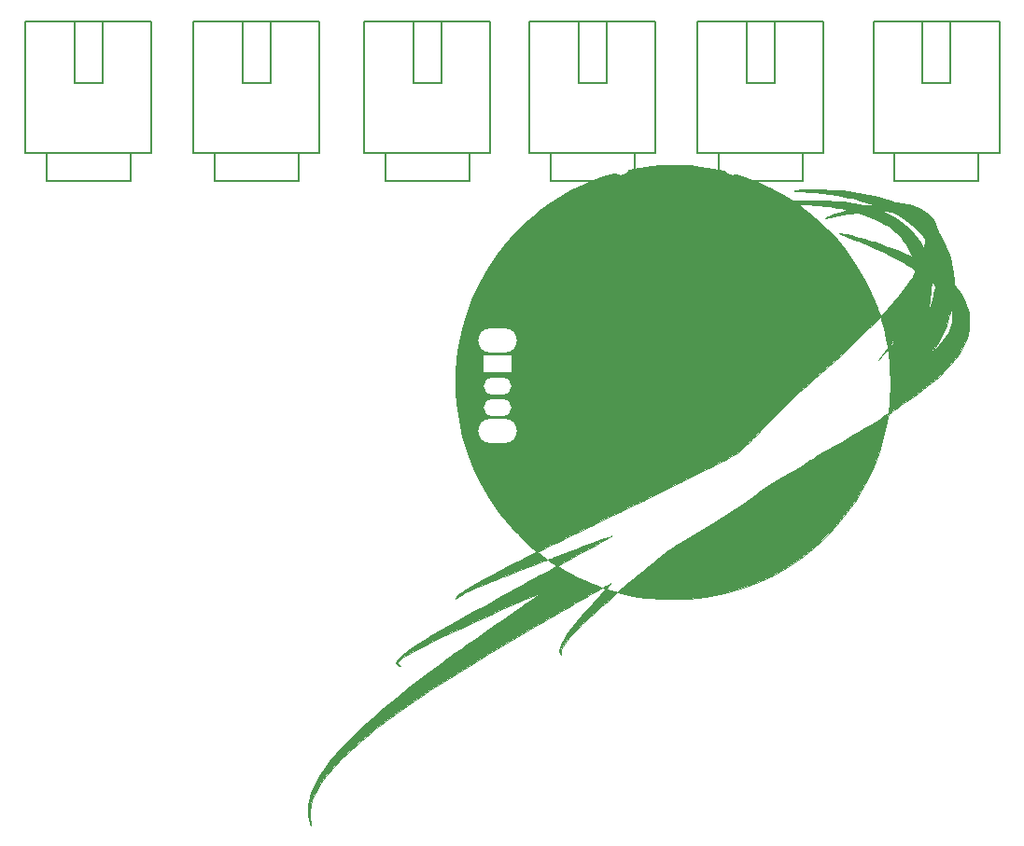
<source format=gbo>
G04 #@! TF.GenerationSoftware,KiCad,Pcbnew,(6.0.8)*
G04 #@! TF.CreationDate,2022-11-19T16:10:13-06:00*
G04 #@! TF.ProjectId,Driveboard_2023,44726976-6562-46f6-9172-645f32303233,rev?*
G04 #@! TF.SameCoordinates,Original*
G04 #@! TF.FileFunction,Legend,Bot*
G04 #@! TF.FilePolarity,Positive*
%FSLAX46Y46*%
G04 Gerber Fmt 4.6, Leading zero omitted, Abs format (unit mm)*
G04 Created by KiCad (PCBNEW (6.0.8)) date 2022-11-19 16:10:13*
%MOMM*%
%LPD*%
G01*
G04 APERTURE LIST*
%ADD10C,0.010000*%
%ADD11C,0.150000*%
%ADD12C,1.100000*%
%ADD13C,1.400000*%
%ADD14C,4.000000*%
%ADD15C,2.000000*%
%ADD16C,1.308000*%
%ADD17C,1.258000*%
%ADD18C,1.208000*%
%ADD19O,3.500000X2.200000*%
%ADD20R,2.500000X1.500000*%
%ADD21O,2.500000X1.500000*%
%ADD22C,1.524000*%
%ADD23O,3.000000X5.100000*%
%ADD24R,1.350000X1.350000*%
%ADD25O,1.350000X1.350000*%
%ADD26C,3.450000*%
G04 APERTURE END LIST*
G36*
X216716943Y-83272175D02*
G01*
X216710255Y-83277302D01*
X216619966Y-83333029D01*
X216440089Y-83437469D01*
X216183530Y-83583443D01*
X215863192Y-83763774D01*
X215491979Y-83971282D01*
X215082795Y-84198789D01*
X214648544Y-84439115D01*
X214202131Y-84685083D01*
X213756458Y-84929514D01*
X213324431Y-85165228D01*
X212918953Y-85385048D01*
X212669712Y-85521185D01*
X212403771Y-85670349D01*
X212192647Y-85793232D01*
X212053435Y-85879842D01*
X212003232Y-85920189D01*
X212010282Y-85936813D01*
X212098486Y-86013333D01*
X212275836Y-86128744D01*
X212527372Y-86275420D01*
X212838131Y-86445737D01*
X213193154Y-86632068D01*
X213577479Y-86826786D01*
X213976146Y-87022266D01*
X214374195Y-87210882D01*
X214756663Y-87385008D01*
X215108591Y-87537018D01*
X215415017Y-87659285D01*
X216034604Y-87892400D01*
X215775301Y-88043451D01*
X215771020Y-88045941D01*
X215632757Y-88125032D01*
X215411914Y-88249883D01*
X215129831Y-88408496D01*
X214807850Y-88588868D01*
X214467310Y-88779000D01*
X214454658Y-88786054D01*
X214062574Y-89006515D01*
X213605609Y-89266327D01*
X213120774Y-89544275D01*
X212645080Y-89819145D01*
X212215537Y-90069722D01*
X211785026Y-90321301D01*
X211291059Y-90608028D01*
X210780941Y-90902520D01*
X210294497Y-91181788D01*
X209871553Y-91422840D01*
X209403429Y-91689571D01*
X207584233Y-92749399D01*
X205718653Y-93871828D01*
X203836802Y-95038814D01*
X203025115Y-95550561D01*
X202063882Y-96159516D01*
X201190762Y-96716677D01*
X200397456Y-97227789D01*
X199675658Y-97698595D01*
X199017069Y-98134839D01*
X198413385Y-98542263D01*
X197856303Y-98926611D01*
X197337522Y-99293627D01*
X196848738Y-99649054D01*
X196381651Y-99998635D01*
X195927956Y-100348114D01*
X195479352Y-100703233D01*
X195027537Y-101069738D01*
X194564208Y-101453370D01*
X194075708Y-101867460D01*
X193142762Y-102698461D01*
X192319848Y-103490985D01*
X191605210Y-104247187D01*
X190997090Y-104969226D01*
X190493734Y-105659260D01*
X190093385Y-106319445D01*
X189794287Y-106951939D01*
X189594683Y-107558900D01*
X189589345Y-107580407D01*
X189509956Y-108101266D01*
X189505275Y-108688514D01*
X189575589Y-109315475D01*
X189606062Y-109495617D01*
X189515283Y-109299721D01*
X189494147Y-109250909D01*
X189401112Y-108930895D01*
X189344424Y-108537851D01*
X189327648Y-108107746D01*
X189354351Y-107676547D01*
X189362138Y-107613126D01*
X189421786Y-107243973D01*
X189508344Y-106892906D01*
X189631647Y-106530361D01*
X189801533Y-106126777D01*
X190027839Y-105652591D01*
X190029919Y-105648404D01*
X190378983Y-105012269D01*
X190807423Y-104350266D01*
X191317600Y-103660129D01*
X191911879Y-102939592D01*
X192592623Y-102186388D01*
X193362196Y-101398250D01*
X194222960Y-100572912D01*
X195177278Y-99708108D01*
X196227515Y-98801570D01*
X197376034Y-97851033D01*
X198625197Y-96854230D01*
X199977368Y-95808895D01*
X201434910Y-94712760D01*
X201520679Y-94649388D01*
X201829146Y-94424755D01*
X202220742Y-94143215D01*
X202683711Y-93812998D01*
X203206291Y-93442336D01*
X203776725Y-93039457D01*
X204383253Y-92612594D01*
X205014117Y-92169976D01*
X205657557Y-91719834D01*
X206301815Y-91270398D01*
X206935132Y-90829898D01*
X207545749Y-90406566D01*
X208121906Y-90008631D01*
X208651845Y-89644325D01*
X209123807Y-89321877D01*
X209526034Y-89049518D01*
X209767964Y-88886136D01*
X210076773Y-88675736D01*
X210339171Y-88494776D01*
X210541791Y-88352570D01*
X210671268Y-88258430D01*
X210714235Y-88221668D01*
X210701522Y-88223942D01*
X210598279Y-88262743D01*
X210399828Y-88344702D01*
X210116051Y-88465423D01*
X209756831Y-88620511D01*
X209332050Y-88805571D01*
X208851591Y-89016206D01*
X208325335Y-89248022D01*
X207763167Y-89496622D01*
X207174967Y-89757611D01*
X206570618Y-90026594D01*
X205960003Y-90299175D01*
X205353004Y-90570959D01*
X204759504Y-90837549D01*
X204189384Y-91094551D01*
X203652528Y-91337569D01*
X203158817Y-91562207D01*
X202718135Y-91764070D01*
X202340362Y-91938763D01*
X202035383Y-92081889D01*
X201730345Y-92227219D01*
X200889979Y-92634447D01*
X200133861Y-93011523D01*
X199465360Y-93356550D01*
X198887847Y-93667628D01*
X198404690Y-93942858D01*
X198019261Y-94180341D01*
X197734927Y-94378179D01*
X197555061Y-94534471D01*
X197483030Y-94647320D01*
X197482775Y-94648746D01*
X197522110Y-94756401D01*
X197662850Y-94872273D01*
X197687208Y-94887621D01*
X197771934Y-94960358D01*
X197759342Y-94994189D01*
X197665040Y-94983958D01*
X197504639Y-94924513D01*
X197409977Y-94860382D01*
X197352587Y-94722371D01*
X197400007Y-94540408D01*
X197549859Y-94318752D01*
X197799764Y-94061665D01*
X198147343Y-93773407D01*
X198431066Y-93567618D01*
X198835286Y-93295167D01*
X199329725Y-92977833D01*
X199905698Y-92620792D01*
X200554521Y-92229222D01*
X201267508Y-91808300D01*
X202035973Y-91363202D01*
X202851233Y-90899106D01*
X203704601Y-90421188D01*
X204587393Y-89934626D01*
X204778774Y-89829935D01*
X205326968Y-89529638D01*
X205908578Y-89210511D01*
X206495833Y-88887820D01*
X207060965Y-88576831D01*
X207576202Y-88292810D01*
X208013775Y-88051024D01*
X208315435Y-87884458D01*
X208814905Y-87610048D01*
X209334191Y-87326165D01*
X209842115Y-87049799D01*
X210307502Y-86797941D01*
X210699174Y-86587579D01*
X210865735Y-86498253D01*
X211190661Y-86321703D01*
X211469808Y-86166967D01*
X211688060Y-86042590D01*
X211830302Y-85957119D01*
X211881420Y-85919100D01*
X211878895Y-85912854D01*
X211812736Y-85852202D01*
X211674943Y-85750117D01*
X211489829Y-85624868D01*
X211439002Y-85591109D01*
X211273151Y-85469957D01*
X211168038Y-85374963D01*
X211144557Y-85324315D01*
X211148706Y-85321739D01*
X211233445Y-85285326D01*
X211415581Y-85213124D01*
X211682385Y-85109913D01*
X212021127Y-84980473D01*
X212419076Y-84829583D01*
X212863503Y-84662023D01*
X213341678Y-84482571D01*
X213840870Y-84296009D01*
X214348350Y-84107114D01*
X214851387Y-83920666D01*
X215337251Y-83741446D01*
X215793213Y-83574232D01*
X216206542Y-83423803D01*
X216382203Y-83361862D01*
X216572196Y-83299928D01*
X216690584Y-83268010D01*
X216716943Y-83272175D01*
G37*
D10*
X216716943Y-83272175D02*
X216710255Y-83277302D01*
X216619966Y-83333029D01*
X216440089Y-83437469D01*
X216183530Y-83583443D01*
X215863192Y-83763774D01*
X215491979Y-83971282D01*
X215082795Y-84198789D01*
X214648544Y-84439115D01*
X214202131Y-84685083D01*
X213756458Y-84929514D01*
X213324431Y-85165228D01*
X212918953Y-85385048D01*
X212669712Y-85521185D01*
X212403771Y-85670349D01*
X212192647Y-85793232D01*
X212053435Y-85879842D01*
X212003232Y-85920189D01*
X212010282Y-85936813D01*
X212098486Y-86013333D01*
X212275836Y-86128744D01*
X212527372Y-86275420D01*
X212838131Y-86445737D01*
X213193154Y-86632068D01*
X213577479Y-86826786D01*
X213976146Y-87022266D01*
X214374195Y-87210882D01*
X214756663Y-87385008D01*
X215108591Y-87537018D01*
X215415017Y-87659285D01*
X216034604Y-87892400D01*
X215775301Y-88043451D01*
X215771020Y-88045941D01*
X215632757Y-88125032D01*
X215411914Y-88249883D01*
X215129831Y-88408496D01*
X214807850Y-88588868D01*
X214467310Y-88779000D01*
X214454658Y-88786054D01*
X214062574Y-89006515D01*
X213605609Y-89266327D01*
X213120774Y-89544275D01*
X212645080Y-89819145D01*
X212215537Y-90069722D01*
X211785026Y-90321301D01*
X211291059Y-90608028D01*
X210780941Y-90902520D01*
X210294497Y-91181788D01*
X209871553Y-91422840D01*
X209403429Y-91689571D01*
X207584233Y-92749399D01*
X205718653Y-93871828D01*
X203836802Y-95038814D01*
X203025115Y-95550561D01*
X202063882Y-96159516D01*
X201190762Y-96716677D01*
X200397456Y-97227789D01*
X199675658Y-97698595D01*
X199017069Y-98134839D01*
X198413385Y-98542263D01*
X197856303Y-98926611D01*
X197337522Y-99293627D01*
X196848738Y-99649054D01*
X196381651Y-99998635D01*
X195927956Y-100348114D01*
X195479352Y-100703233D01*
X195027537Y-101069738D01*
X194564208Y-101453370D01*
X194075708Y-101867460D01*
X193142762Y-102698461D01*
X192319848Y-103490985D01*
X191605210Y-104247187D01*
X190997090Y-104969226D01*
X190493734Y-105659260D01*
X190093385Y-106319445D01*
X189794287Y-106951939D01*
X189594683Y-107558900D01*
X189589345Y-107580407D01*
X189509956Y-108101266D01*
X189505275Y-108688514D01*
X189575589Y-109315475D01*
X189606062Y-109495617D01*
X189515283Y-109299721D01*
X189494147Y-109250909D01*
X189401112Y-108930895D01*
X189344424Y-108537851D01*
X189327648Y-108107746D01*
X189354351Y-107676547D01*
X189362138Y-107613126D01*
X189421786Y-107243973D01*
X189508344Y-106892906D01*
X189631647Y-106530361D01*
X189801533Y-106126777D01*
X190027839Y-105652591D01*
X190029919Y-105648404D01*
X190378983Y-105012269D01*
X190807423Y-104350266D01*
X191317600Y-103660129D01*
X191911879Y-102939592D01*
X192592623Y-102186388D01*
X193362196Y-101398250D01*
X194222960Y-100572912D01*
X195177278Y-99708108D01*
X196227515Y-98801570D01*
X197376034Y-97851033D01*
X198625197Y-96854230D01*
X199977368Y-95808895D01*
X201434910Y-94712760D01*
X201520679Y-94649388D01*
X201829146Y-94424755D01*
X202220742Y-94143215D01*
X202683711Y-93812998D01*
X203206291Y-93442336D01*
X203776725Y-93039457D01*
X204383253Y-92612594D01*
X205014117Y-92169976D01*
X205657557Y-91719834D01*
X206301815Y-91270398D01*
X206935132Y-90829898D01*
X207545749Y-90406566D01*
X208121906Y-90008631D01*
X208651845Y-89644325D01*
X209123807Y-89321877D01*
X209526034Y-89049518D01*
X209767964Y-88886136D01*
X210076773Y-88675736D01*
X210339171Y-88494776D01*
X210541791Y-88352570D01*
X210671268Y-88258430D01*
X210714235Y-88221668D01*
X210701522Y-88223942D01*
X210598279Y-88262743D01*
X210399828Y-88344702D01*
X210116051Y-88465423D01*
X209756831Y-88620511D01*
X209332050Y-88805571D01*
X208851591Y-89016206D01*
X208325335Y-89248022D01*
X207763167Y-89496622D01*
X207174967Y-89757611D01*
X206570618Y-90026594D01*
X205960003Y-90299175D01*
X205353004Y-90570959D01*
X204759504Y-90837549D01*
X204189384Y-91094551D01*
X203652528Y-91337569D01*
X203158817Y-91562207D01*
X202718135Y-91764070D01*
X202340362Y-91938763D01*
X202035383Y-92081889D01*
X201730345Y-92227219D01*
X200889979Y-92634447D01*
X200133861Y-93011523D01*
X199465360Y-93356550D01*
X198887847Y-93667628D01*
X198404690Y-93942858D01*
X198019261Y-94180341D01*
X197734927Y-94378179D01*
X197555061Y-94534471D01*
X197483030Y-94647320D01*
X197482775Y-94648746D01*
X197522110Y-94756401D01*
X197662850Y-94872273D01*
X197687208Y-94887621D01*
X197771934Y-94960358D01*
X197759342Y-94994189D01*
X197665040Y-94983958D01*
X197504639Y-94924513D01*
X197409977Y-94860382D01*
X197352587Y-94722371D01*
X197400007Y-94540408D01*
X197549859Y-94318752D01*
X197799764Y-94061665D01*
X198147343Y-93773407D01*
X198431066Y-93567618D01*
X198835286Y-93295167D01*
X199329725Y-92977833D01*
X199905698Y-92620792D01*
X200554521Y-92229222D01*
X201267508Y-91808300D01*
X202035973Y-91363202D01*
X202851233Y-90899106D01*
X203704601Y-90421188D01*
X204587393Y-89934626D01*
X204778774Y-89829935D01*
X205326968Y-89529638D01*
X205908578Y-89210511D01*
X206495833Y-88887820D01*
X207060965Y-88576831D01*
X207576202Y-88292810D01*
X208013775Y-88051024D01*
X208315435Y-87884458D01*
X208814905Y-87610048D01*
X209334191Y-87326165D01*
X209842115Y-87049799D01*
X210307502Y-86797941D01*
X210699174Y-86587579D01*
X210865735Y-86498253D01*
X211190661Y-86321703D01*
X211469808Y-86166967D01*
X211688060Y-86042590D01*
X211830302Y-85957119D01*
X211881420Y-85919100D01*
X211878895Y-85912854D01*
X211812736Y-85852202D01*
X211674943Y-85750117D01*
X211489829Y-85624868D01*
X211439002Y-85591109D01*
X211273151Y-85469957D01*
X211168038Y-85374963D01*
X211144557Y-85324315D01*
X211148706Y-85321739D01*
X211233445Y-85285326D01*
X211415581Y-85213124D01*
X211682385Y-85109913D01*
X212021127Y-84980473D01*
X212419076Y-84829583D01*
X212863503Y-84662023D01*
X213341678Y-84482571D01*
X213840870Y-84296009D01*
X214348350Y-84107114D01*
X214851387Y-83920666D01*
X215337251Y-83741446D01*
X215793213Y-83574232D01*
X216206542Y-83423803D01*
X216382203Y-83361862D01*
X216572196Y-83299928D01*
X216690584Y-83268010D01*
X216716943Y-83272175D01*
G36*
X216867062Y-83194908D02*
G01*
X216837038Y-83224932D01*
X216807014Y-83194908D01*
X216837038Y-83164884D01*
X216867062Y-83194908D01*
G37*
X216867062Y-83194908D02*
X216837038Y-83224932D01*
X216807014Y-83194908D01*
X216837038Y-83164884D01*
X216867062Y-83194908D01*
G36*
X242237038Y-52767610D02*
G01*
X242261507Y-52776465D01*
X242553229Y-52867300D01*
X242859409Y-52941504D01*
X243117619Y-52983754D01*
X243165046Y-52988640D01*
X243877079Y-53109548D01*
X244519030Y-53310383D01*
X245084087Y-53587126D01*
X245565442Y-53935759D01*
X245955555Y-54351484D01*
X245956286Y-54352262D01*
X246249810Y-54832615D01*
X246266217Y-54867539D01*
X246370697Y-55106986D01*
X246454601Y-55326736D01*
X246501051Y-55483088D01*
X246538472Y-55601631D01*
X246631982Y-55804878D01*
X246752293Y-56011652D01*
X246864623Y-56190426D01*
X247220354Y-56876408D01*
X247510837Y-57633567D01*
X247675441Y-58240053D01*
X247728144Y-58434238D01*
X247864344Y-59250757D01*
X247911506Y-60055462D01*
X247913996Y-60169955D01*
X247939661Y-60331045D01*
X248010021Y-60472734D01*
X248145570Y-60646798D01*
X248326643Y-60872308D01*
X248754392Y-61523778D01*
X249066425Y-62205765D01*
X249262289Y-62917350D01*
X249310944Y-63301165D01*
X249322410Y-63822107D01*
X249283531Y-64354965D01*
X249196102Y-64847397D01*
X249101990Y-65155252D01*
X248947133Y-65549204D01*
X248755006Y-65966665D01*
X248543293Y-66369429D01*
X248329677Y-66719291D01*
X248046613Y-67116255D01*
X247619227Y-67642249D01*
X247125946Y-68173501D01*
X246559251Y-68716775D01*
X245911624Y-69278830D01*
X245175545Y-69866429D01*
X244343497Y-70486332D01*
X243407960Y-71145302D01*
X243151274Y-71321927D01*
X242826308Y-71545783D01*
X242540869Y-71742691D01*
X242309820Y-71902386D01*
X242148026Y-72014602D01*
X242070350Y-72069074D01*
X242001668Y-72167310D01*
X241935401Y-72370980D01*
X241871150Y-72686634D01*
X241845856Y-72830546D01*
X241545776Y-74186481D01*
X241136482Y-75544932D01*
X240625499Y-76885925D01*
X240020352Y-78189485D01*
X239328566Y-79435638D01*
X239102131Y-79800769D01*
X238236763Y-81052529D01*
X237281837Y-82228304D01*
X236243122Y-83323866D01*
X235126387Y-84334986D01*
X233937401Y-85257434D01*
X232681934Y-86086982D01*
X231365755Y-86819401D01*
X229994633Y-87450461D01*
X228574337Y-87975934D01*
X227110637Y-88391591D01*
X226257513Y-88581673D01*
X225435343Y-88727594D01*
X224621245Y-88830485D01*
X223784168Y-88893459D01*
X222893059Y-88919626D01*
X221916867Y-88912100D01*
X221829964Y-88910049D01*
X221124562Y-88885767D01*
X220501064Y-88847509D01*
X219925521Y-88791351D01*
X219363986Y-88713367D01*
X218782511Y-88609631D01*
X218147150Y-88476218D01*
X217415655Y-88313809D01*
X217247401Y-88446157D01*
X217197951Y-88487218D01*
X217054187Y-88612390D01*
X216843964Y-88799018D01*
X216580857Y-89034780D01*
X216278440Y-89307357D01*
X215950288Y-89604427D01*
X215609975Y-89913668D01*
X215271075Y-90222761D01*
X214947162Y-90519383D01*
X214651811Y-90791214D01*
X214398595Y-91025934D01*
X214201090Y-91211220D01*
X213974515Y-91434320D01*
X213688024Y-91733725D01*
X213390416Y-92059576D01*
X213101037Y-92389742D01*
X212839237Y-92702090D01*
X212624361Y-92974489D01*
X212475759Y-93184807D01*
X212468319Y-93196635D01*
X212341263Y-93462247D01*
X212301559Y-93729950D01*
X212300240Y-93830131D01*
X212290858Y-93935493D01*
X212263438Y-93947426D01*
X212207291Y-93883324D01*
X212191175Y-93859949D01*
X212140552Y-93665751D01*
X212179363Y-93394773D01*
X212306872Y-93049093D01*
X212522339Y-92630793D01*
X212825028Y-92141953D01*
X212843160Y-92114621D01*
X213099318Y-91745802D01*
X213397403Y-91347543D01*
X213744876Y-90910900D01*
X214149197Y-90426926D01*
X214617826Y-89886677D01*
X215158226Y-89281208D01*
X215777856Y-88601574D01*
X215813268Y-88563045D01*
X216022123Y-88333883D01*
X216160077Y-88174961D01*
X216236784Y-88070844D01*
X216261893Y-88006095D01*
X216245056Y-87965279D01*
X216195925Y-87932962D01*
X216137346Y-87898489D01*
X216116639Y-87858919D01*
X216176448Y-87808662D01*
X216330476Y-87726719D01*
X216409273Y-87685971D01*
X216600993Y-87582690D01*
X216746967Y-87498738D01*
X216752428Y-87495430D01*
X216796872Y-87482853D01*
X216755495Y-87547724D01*
X216630618Y-87686300D01*
X216503975Y-87826028D01*
X216414742Y-87938696D01*
X216390428Y-87991126D01*
X216405630Y-87999890D01*
X216511371Y-88039353D01*
X216684588Y-88094641D01*
X216889986Y-88155496D01*
X217092270Y-88211662D01*
X217256145Y-88252884D01*
X217346317Y-88268903D01*
X217371098Y-88259458D01*
X217480064Y-88188484D01*
X217653190Y-88059371D01*
X217872610Y-87885686D01*
X218120457Y-87680997D01*
X218169868Y-87639433D01*
X218470553Y-87388037D01*
X218781615Y-87130162D01*
X219069081Y-86893878D01*
X219298977Y-86707257D01*
X219395066Y-86629713D01*
X219624193Y-86443423D01*
X219914309Y-86206360D01*
X220245384Y-85934935D01*
X220597384Y-85645556D01*
X220950277Y-85354631D01*
X221206949Y-85143837D01*
X221574827Y-84848233D01*
X221893125Y-84603993D01*
X222186918Y-84393420D01*
X222481282Y-84198818D01*
X222801293Y-84002492D01*
X223172026Y-83786745D01*
X223795265Y-83427200D01*
X225097472Y-82653457D01*
X226327233Y-81888941D01*
X227513442Y-81115009D01*
X228684992Y-80313018D01*
X229870777Y-79464323D01*
X230422587Y-79067998D01*
X230928232Y-78721153D01*
X231408310Y-78411560D01*
X231895576Y-78118108D01*
X232422786Y-77819691D01*
X232466734Y-77795372D01*
X232895070Y-77552311D01*
X233351158Y-77284222D01*
X233801505Y-77011367D01*
X234212613Y-76754007D01*
X234550986Y-76532402D01*
X234775863Y-76384287D01*
X235145230Y-76151324D01*
X235574002Y-75889547D01*
X236035792Y-75614807D01*
X236504213Y-75342950D01*
X236952877Y-75089826D01*
X237238774Y-74930311D01*
X237757975Y-74636298D01*
X238289459Y-74330394D01*
X238822617Y-74019074D01*
X239346841Y-73708814D01*
X239851523Y-73406089D01*
X240326053Y-73117375D01*
X240759823Y-72849147D01*
X241142226Y-72607881D01*
X241462652Y-72400054D01*
X241710493Y-72232139D01*
X241875141Y-72110613D01*
X241945987Y-72041951D01*
X241985064Y-71934570D01*
X242035354Y-71686744D01*
X242076925Y-71346657D01*
X242109658Y-70930704D01*
X242133432Y-70455280D01*
X242148127Y-69936779D01*
X242153624Y-69391595D01*
X242149802Y-68836122D01*
X242136542Y-68286755D01*
X242113723Y-67759889D01*
X242081226Y-67271918D01*
X242038929Y-66839235D01*
X241986715Y-66478236D01*
X241977453Y-66426481D01*
X246003893Y-66426481D01*
X246033670Y-66413798D01*
X246130557Y-66329122D01*
X246282685Y-66183258D01*
X246478182Y-65987013D01*
X246606306Y-65854031D01*
X246939080Y-65478926D01*
X247200460Y-65125943D01*
X247412691Y-64762696D01*
X247598018Y-64356802D01*
X247684802Y-64108680D01*
X247742984Y-63819650D01*
X247768275Y-63469376D01*
X247770267Y-63392998D01*
X247771481Y-63149762D01*
X247765059Y-62952770D01*
X247751956Y-62838880D01*
X247727582Y-62760831D01*
X247675441Y-62677700D01*
X247627792Y-62713695D01*
X247588330Y-62868156D01*
X247555217Y-63030898D01*
X247472342Y-63340114D01*
X247358817Y-63702663D01*
X247225867Y-64085161D01*
X247084720Y-64454223D01*
X246946601Y-64776466D01*
X246936459Y-64798313D01*
X246704526Y-65254781D01*
X246397132Y-65791050D01*
X246011663Y-66411693D01*
X246003893Y-66426481D01*
X241977453Y-66426481D01*
X241950265Y-66274566D01*
X241503311Y-66748449D01*
X241056358Y-67222331D01*
X241432049Y-66754001D01*
X241538355Y-66622712D01*
X241688167Y-66442247D01*
X241800658Y-66312436D01*
X241857259Y-66255067D01*
X241873026Y-66240571D01*
X241899049Y-66150977D01*
X241986330Y-66150977D01*
X242015902Y-66133417D01*
X242105976Y-66039452D01*
X242239440Y-65882124D01*
X242400071Y-65679903D01*
X242523931Y-65518854D01*
X242763531Y-65201285D01*
X242927583Y-64973523D01*
X243015560Y-64836318D01*
X243026934Y-64790416D01*
X243023957Y-64791317D01*
X242966663Y-64847268D01*
X242857908Y-64975327D01*
X242713532Y-65154781D01*
X242549377Y-65364919D01*
X242381282Y-65585030D01*
X242225090Y-65794403D01*
X242096640Y-65972326D01*
X242011773Y-66098087D01*
X241986330Y-66150977D01*
X241899049Y-66150977D01*
X241901461Y-66142674D01*
X241896881Y-65958326D01*
X241858583Y-65678061D01*
X241785866Y-65292416D01*
X241766537Y-65201257D01*
X241712896Y-64965300D01*
X241649576Y-64700345D01*
X243047676Y-64700345D01*
X243077700Y-64730369D01*
X243107724Y-64700345D01*
X243077700Y-64670322D01*
X243047676Y-64700345D01*
X241649576Y-64700345D01*
X241645253Y-64682254D01*
X241569579Y-64375536D01*
X241491841Y-64068564D01*
X241418010Y-63784758D01*
X241354054Y-63547533D01*
X241305944Y-63380310D01*
X241279649Y-63306504D01*
X241249636Y-63330997D01*
X241144356Y-63428549D01*
X240974460Y-63590056D01*
X240751508Y-63804445D01*
X240487063Y-64060643D01*
X240192685Y-64347577D01*
X240105758Y-64432415D01*
X239569442Y-64950887D01*
X238988024Y-65505469D01*
X238374592Y-66084145D01*
X237742232Y-66674898D01*
X237104033Y-67265713D01*
X236473083Y-67844571D01*
X235862469Y-68399458D01*
X235285279Y-68918355D01*
X234754600Y-69389246D01*
X234283521Y-69800114D01*
X233885129Y-70138944D01*
X233743604Y-70263529D01*
X233513575Y-70477560D01*
X233221730Y-70757185D01*
X232879469Y-71091190D01*
X232498194Y-71468357D01*
X232089307Y-71877472D01*
X231664208Y-72307319D01*
X231234298Y-72746681D01*
X230997581Y-72990267D01*
X230492337Y-73511861D01*
X230058123Y-73960578D01*
X229684628Y-74344350D01*
X229361544Y-74671105D01*
X229078561Y-74948776D01*
X228825371Y-75185291D01*
X228591663Y-75388580D01*
X228367129Y-75566576D01*
X228141459Y-75727206D01*
X227904344Y-75878403D01*
X227645474Y-76028095D01*
X227354541Y-76184214D01*
X227021236Y-76354689D01*
X226635248Y-76547451D01*
X226186268Y-76770430D01*
X225663988Y-77031556D01*
X225280357Y-77224223D01*
X224603711Y-77562695D01*
X223900608Y-77912661D01*
X223163594Y-78277766D01*
X222385215Y-78661655D01*
X221558019Y-79067973D01*
X220674550Y-79500367D01*
X219727356Y-79962481D01*
X218708983Y-80457962D01*
X217611977Y-80990454D01*
X216428885Y-81563602D01*
X215152253Y-82181054D01*
X213774627Y-82846453D01*
X213535312Y-82962029D01*
X212936611Y-83251644D01*
X212373164Y-83524874D01*
X211854092Y-83777256D01*
X211388514Y-84004330D01*
X210985551Y-84201632D01*
X210654322Y-84364702D01*
X210403949Y-84489078D01*
X210243549Y-84570298D01*
X210182245Y-84603901D01*
X210185438Y-84628132D01*
X210258680Y-84713308D01*
X210401033Y-84839054D01*
X210593851Y-84987970D01*
X211055049Y-85324779D01*
X210883632Y-85389597D01*
X210791265Y-85424589D01*
X210330881Y-85600452D01*
X209799365Y-85805412D01*
X209217083Y-86031469D01*
X208604402Y-86270618D01*
X207981687Y-86514859D01*
X207369304Y-86756187D01*
X206787619Y-86986602D01*
X206256998Y-87198101D01*
X205797807Y-87382681D01*
X205430412Y-87532339D01*
X205004919Y-87708310D01*
X204534715Y-87905969D01*
X204151427Y-88072107D01*
X203840836Y-88213472D01*
X203588721Y-88336813D01*
X203380863Y-88448876D01*
X203203042Y-88556410D01*
X203041036Y-88666163D01*
X202957965Y-88724833D01*
X202804006Y-88827094D01*
X202731631Y-88858539D01*
X202731197Y-88821140D01*
X202793061Y-88716869D01*
X202842599Y-88656567D01*
X203017810Y-88503347D01*
X203292479Y-88304909D01*
X203660392Y-88064844D01*
X204115336Y-87786744D01*
X204651097Y-87474197D01*
X205261461Y-87130796D01*
X205940213Y-86760130D01*
X206681142Y-86365791D01*
X207478032Y-85951368D01*
X208324670Y-85520453D01*
X208599809Y-85381474D01*
X208999699Y-85178029D01*
X209354970Y-84995534D01*
X209653060Y-84840537D01*
X209881410Y-84719586D01*
X210027459Y-84639231D01*
X210078644Y-84606019D01*
X210038136Y-84560533D01*
X209926075Y-84462845D01*
X209767818Y-84335806D01*
X209621311Y-84214904D01*
X209361517Y-83981768D01*
X209053197Y-83689831D01*
X208714329Y-83357312D01*
X208362888Y-83002434D01*
X208016850Y-82643418D01*
X207694191Y-82298484D01*
X207412888Y-81985854D01*
X207190915Y-81723750D01*
X206660913Y-81040465D01*
X205776495Y-79756240D01*
X205004512Y-78430078D01*
X204344435Y-77060698D01*
X203795735Y-75646821D01*
X203357883Y-74187166D01*
X203030351Y-72680454D01*
X202812609Y-71125404D01*
X202791472Y-70881027D01*
X202764882Y-70386933D01*
X202750063Y-69822785D01*
X202746777Y-69219755D01*
X202754782Y-68609010D01*
X202773837Y-68021721D01*
X202803702Y-67489058D01*
X202844137Y-67042189D01*
X203000089Y-65952455D01*
X203317708Y-64440425D01*
X203747126Y-62967732D01*
X204286359Y-61538933D01*
X204933421Y-60158582D01*
X205686327Y-58831235D01*
X206543093Y-57561447D01*
X207501732Y-56353773D01*
X207650183Y-56184970D01*
X208009570Y-55798437D01*
X208422079Y-55377567D01*
X208861630Y-54947611D01*
X209302140Y-54533823D01*
X209717530Y-54161454D01*
X210081719Y-53855758D01*
X210521412Y-53513468D01*
X211119699Y-53095211D01*
X233860442Y-53095211D01*
X233877163Y-53116045D01*
X233970277Y-53197477D01*
X234126805Y-53322532D01*
X234325809Y-53474163D01*
X235023910Y-54022439D01*
X236126938Y-55008396D01*
X237157033Y-56083395D01*
X238108204Y-57239327D01*
X238974456Y-58468083D01*
X239749797Y-59761553D01*
X240428234Y-61111628D01*
X241003773Y-62510200D01*
X241008741Y-62523707D01*
X241106848Y-62788031D01*
X241189604Y-63006651D01*
X241248431Y-63157184D01*
X241274753Y-63217251D01*
X241290320Y-63210382D01*
X241372642Y-63134418D01*
X241513753Y-62987521D01*
X241587169Y-62907708D01*
X245593103Y-62907708D01*
X245593351Y-62972655D01*
X245593397Y-62972700D01*
X245622823Y-62933541D01*
X245675144Y-62799722D01*
X245743934Y-62592977D01*
X245822764Y-62335038D01*
X245905206Y-62047638D01*
X245984834Y-61752511D01*
X246055218Y-61471389D01*
X246109933Y-61226005D01*
X246115920Y-61196508D01*
X246176232Y-60891505D01*
X246211068Y-60678920D01*
X246219727Y-60535532D01*
X246201507Y-60438121D01*
X246155709Y-60363465D01*
X246081631Y-60288342D01*
X246067529Y-60275097D01*
X246003161Y-60218968D01*
X245955555Y-60199050D01*
X245920284Y-60229256D01*
X245892924Y-60323502D01*
X245869048Y-60495700D01*
X245844231Y-60759764D01*
X245814047Y-61129609D01*
X245782442Y-61477496D01*
X245742449Y-61846861D01*
X245699947Y-62184572D01*
X245660091Y-62446536D01*
X245644404Y-62538180D01*
X245611331Y-62753342D01*
X245593103Y-62907708D01*
X241587169Y-62907708D01*
X241701477Y-62783439D01*
X241923638Y-62535922D01*
X242168060Y-62258719D01*
X242422569Y-61965579D01*
X242674987Y-61670252D01*
X242913140Y-61386487D01*
X243026934Y-61247569D01*
X243077700Y-61185595D01*
X243124852Y-61128033D01*
X243195887Y-61039267D01*
X243443896Y-60720992D01*
X243690566Y-60393357D01*
X243910704Y-60090225D01*
X244079115Y-59845457D01*
X244184218Y-59678693D01*
X244310449Y-59456829D01*
X244396778Y-59277507D01*
X244428764Y-59168678D01*
X244426081Y-59136678D01*
X244399346Y-59068870D01*
X244334659Y-58992299D01*
X244220673Y-58899022D01*
X244046043Y-58781100D01*
X243799426Y-58630593D01*
X243469475Y-58439559D01*
X243044845Y-58200059D01*
X242997242Y-58173433D01*
X242550323Y-57927003D01*
X242137599Y-57707488D01*
X241738094Y-57505094D01*
X241330831Y-57310026D01*
X240894832Y-57112492D01*
X240409120Y-56902698D01*
X239852719Y-56670849D01*
X239204650Y-56407153D01*
X238894935Y-56281378D01*
X238492047Y-56115220D01*
X238141379Y-55967590D01*
X237854810Y-55843651D01*
X237644218Y-55748565D01*
X237521479Y-55687494D01*
X237498472Y-55665601D01*
X237532701Y-55668072D01*
X237687168Y-55695290D01*
X237930195Y-55748620D01*
X238242908Y-55823203D01*
X238606435Y-55914182D01*
X239001902Y-56016696D01*
X239410434Y-56125887D01*
X239813158Y-56236896D01*
X240191202Y-56344864D01*
X240525690Y-56444933D01*
X240708186Y-56502805D01*
X241173532Y-56660259D01*
X241696302Y-56847789D01*
X242242046Y-57052340D01*
X242776315Y-57260857D01*
X243264662Y-57460284D01*
X243672638Y-57637566D01*
X243713233Y-57655834D01*
X243907434Y-57738062D01*
X244049960Y-57789987D01*
X244112387Y-57801041D01*
X244113553Y-57799582D01*
X244102987Y-57725190D01*
X244043946Y-57572954D01*
X243948558Y-57366856D01*
X243828951Y-57130877D01*
X243697251Y-56888997D01*
X243565585Y-56665197D01*
X243446082Y-56483459D01*
X243409557Y-56433506D01*
X243109424Y-56072961D01*
X242745120Y-55700743D01*
X242354449Y-55353258D01*
X241975215Y-55066914D01*
X241797382Y-54954282D01*
X241438976Y-54752529D01*
X241020106Y-54539191D01*
X240573859Y-54330170D01*
X240133323Y-54141367D01*
X239731584Y-53988682D01*
X239207690Y-53806214D01*
X238491153Y-53923113D01*
X238263837Y-53961580D01*
X237849035Y-54036352D01*
X237420653Y-54118011D01*
X237042071Y-54194681D01*
X237015322Y-54200308D01*
X236737979Y-54256134D01*
X236508161Y-54297989D01*
X236349119Y-54321908D01*
X236284102Y-54323926D01*
X236284217Y-54312764D01*
X236359806Y-54262229D01*
X236534468Y-54183700D01*
X236796698Y-54081747D01*
X237134993Y-53960939D01*
X237537849Y-53825848D01*
X237571256Y-53814877D01*
X237826470Y-53725689D01*
X237960389Y-53672457D01*
X241396376Y-53672457D01*
X241980226Y-53970925D01*
X242678484Y-54362457D01*
X243377431Y-54846537D01*
X243980100Y-55378424D01*
X244497188Y-55967709D01*
X244939397Y-56623986D01*
X244967457Y-56671607D01*
X245084432Y-56869309D01*
X245156155Y-56986053D01*
X245195993Y-57040717D01*
X245217312Y-57052178D01*
X245233480Y-57039313D01*
X245249976Y-56977303D01*
X245272332Y-56827297D01*
X245294799Y-56623986D01*
X245332017Y-56233679D01*
X245040146Y-55873395D01*
X244825097Y-55621458D01*
X244210957Y-55019067D01*
X243493009Y-54464300D01*
X242666538Y-53953341D01*
X242526221Y-53878072D01*
X242301860Y-53779238D01*
X242087425Y-53725191D01*
X241825876Y-53698651D01*
X241396376Y-53672457D01*
X237960389Y-53672457D01*
X238023685Y-53647297D01*
X238143958Y-53587827D01*
X238168345Y-53555405D01*
X238098164Y-53532288D01*
X237921902Y-53492290D01*
X237669103Y-53443542D01*
X237363341Y-53389987D01*
X237028193Y-53335567D01*
X236687235Y-53284226D01*
X236364043Y-53239906D01*
X236082192Y-53206548D01*
X235913090Y-53190012D01*
X235602246Y-53163969D01*
X235265213Y-53139892D01*
X234922838Y-53118825D01*
X234595966Y-53101814D01*
X234305444Y-53089902D01*
X234072118Y-53084134D01*
X233916836Y-53085556D01*
X233860442Y-53095211D01*
X211119699Y-53095211D01*
X211788247Y-52627835D01*
X213106086Y-51850817D01*
X214475202Y-51182301D01*
X215895869Y-50622176D01*
X217368359Y-50170329D01*
X218892944Y-49826649D01*
X220469899Y-49591023D01*
X220706287Y-49569689D01*
X221111479Y-49547027D01*
X221588881Y-49531602D01*
X222111052Y-49523414D01*
X222650552Y-49522463D01*
X223179940Y-49528748D01*
X223671774Y-49542270D01*
X224098614Y-49563028D01*
X224433019Y-49591023D01*
X225490262Y-49735888D01*
X227027041Y-50041453D01*
X228508684Y-50453497D01*
X229935859Y-50972245D01*
X231309233Y-51597918D01*
X232629473Y-52330739D01*
X233289993Y-52732224D01*
X234072118Y-52738485D01*
X235241530Y-52747845D01*
X235846300Y-52754827D01*
X236484555Y-52769084D01*
X237040059Y-52791281D01*
X237533198Y-52823091D01*
X237984359Y-52866185D01*
X238413928Y-52922236D01*
X238842293Y-52992915D01*
X239289840Y-53079896D01*
X239302880Y-53082565D01*
X239636283Y-53137489D01*
X239945330Y-53164959D01*
X240206892Y-53164932D01*
X240397840Y-53137361D01*
X240495044Y-53082205D01*
X240494843Y-53076096D01*
X240427037Y-53034685D01*
X240264956Y-52971000D01*
X240026449Y-52890594D01*
X239729367Y-52799023D01*
X239391559Y-52701839D01*
X239030877Y-52604597D01*
X238665169Y-52512851D01*
X238446737Y-52463181D01*
X237926586Y-52360595D01*
X237329281Y-52259226D01*
X236682593Y-52162625D01*
X236014288Y-52074344D01*
X235352138Y-51997933D01*
X234723911Y-51936944D01*
X234157375Y-51894926D01*
X233680300Y-51875431D01*
X233528510Y-51871780D01*
X233434744Y-51862930D01*
X233439345Y-51844542D01*
X233530182Y-51811444D01*
X233563683Y-51802892D01*
X233739633Y-51780335D01*
X234011405Y-51763366D01*
X234360781Y-51751858D01*
X234769545Y-51745684D01*
X235219479Y-51744716D01*
X235692367Y-51748826D01*
X236169991Y-51757887D01*
X236634135Y-51771771D01*
X237066582Y-51790351D01*
X237449114Y-51813499D01*
X237763516Y-51841088D01*
X238770896Y-51967573D01*
X239766602Y-52129665D01*
X240685492Y-52318960D01*
X241396376Y-52502330D01*
X241513619Y-52532572D01*
X242237038Y-52767610D01*
G37*
X242237038Y-52767610D02*
X242261507Y-52776465D01*
X242553229Y-52867300D01*
X242859409Y-52941504D01*
X243117619Y-52983754D01*
X243165046Y-52988640D01*
X243877079Y-53109548D01*
X244519030Y-53310383D01*
X245084087Y-53587126D01*
X245565442Y-53935759D01*
X245955555Y-54351484D01*
X245956286Y-54352262D01*
X246249810Y-54832615D01*
X246266217Y-54867539D01*
X246370697Y-55106986D01*
X246454601Y-55326736D01*
X246501051Y-55483088D01*
X246538472Y-55601631D01*
X246631982Y-55804878D01*
X246752293Y-56011652D01*
X246864623Y-56190426D01*
X247220354Y-56876408D01*
X247510837Y-57633567D01*
X247675441Y-58240053D01*
X247728144Y-58434238D01*
X247864344Y-59250757D01*
X247911506Y-60055462D01*
X247913996Y-60169955D01*
X247939661Y-60331045D01*
X248010021Y-60472734D01*
X248145570Y-60646798D01*
X248326643Y-60872308D01*
X248754392Y-61523778D01*
X249066425Y-62205765D01*
X249262289Y-62917350D01*
X249310944Y-63301165D01*
X249322410Y-63822107D01*
X249283531Y-64354965D01*
X249196102Y-64847397D01*
X249101990Y-65155252D01*
X248947133Y-65549204D01*
X248755006Y-65966665D01*
X248543293Y-66369429D01*
X248329677Y-66719291D01*
X248046613Y-67116255D01*
X247619227Y-67642249D01*
X247125946Y-68173501D01*
X246559251Y-68716775D01*
X245911624Y-69278830D01*
X245175545Y-69866429D01*
X244343497Y-70486332D01*
X243407960Y-71145302D01*
X243151274Y-71321927D01*
X242826308Y-71545783D01*
X242540869Y-71742691D01*
X242309820Y-71902386D01*
X242148026Y-72014602D01*
X242070350Y-72069074D01*
X242001668Y-72167310D01*
X241935401Y-72370980D01*
X241871150Y-72686634D01*
X241845856Y-72830546D01*
X241545776Y-74186481D01*
X241136482Y-75544932D01*
X240625499Y-76885925D01*
X240020352Y-78189485D01*
X239328566Y-79435638D01*
X239102131Y-79800769D01*
X238236763Y-81052529D01*
X237281837Y-82228304D01*
X236243122Y-83323866D01*
X235126387Y-84334986D01*
X233937401Y-85257434D01*
X232681934Y-86086982D01*
X231365755Y-86819401D01*
X229994633Y-87450461D01*
X228574337Y-87975934D01*
X227110637Y-88391591D01*
X226257513Y-88581673D01*
X225435343Y-88727594D01*
X224621245Y-88830485D01*
X223784168Y-88893459D01*
X222893059Y-88919626D01*
X221916867Y-88912100D01*
X221829964Y-88910049D01*
X221124562Y-88885767D01*
X220501064Y-88847509D01*
X219925521Y-88791351D01*
X219363986Y-88713367D01*
X218782511Y-88609631D01*
X218147150Y-88476218D01*
X217415655Y-88313809D01*
X217247401Y-88446157D01*
X217197951Y-88487218D01*
X217054187Y-88612390D01*
X216843964Y-88799018D01*
X216580857Y-89034780D01*
X216278440Y-89307357D01*
X215950288Y-89604427D01*
X215609975Y-89913668D01*
X215271075Y-90222761D01*
X214947162Y-90519383D01*
X214651811Y-90791214D01*
X214398595Y-91025934D01*
X214201090Y-91211220D01*
X213974515Y-91434320D01*
X213688024Y-91733725D01*
X213390416Y-92059576D01*
X213101037Y-92389742D01*
X212839237Y-92702090D01*
X212624361Y-92974489D01*
X212475759Y-93184807D01*
X212468319Y-93196635D01*
X212341263Y-93462247D01*
X212301559Y-93729950D01*
X212300240Y-93830131D01*
X212290858Y-93935493D01*
X212263438Y-93947426D01*
X212207291Y-93883324D01*
X212191175Y-93859949D01*
X212140552Y-93665751D01*
X212179363Y-93394773D01*
X212306872Y-93049093D01*
X212522339Y-92630793D01*
X212825028Y-92141953D01*
X212843160Y-92114621D01*
X213099318Y-91745802D01*
X213397403Y-91347543D01*
X213744876Y-90910900D01*
X214149197Y-90426926D01*
X214617826Y-89886677D01*
X215158226Y-89281208D01*
X215777856Y-88601574D01*
X215813268Y-88563045D01*
X216022123Y-88333883D01*
X216160077Y-88174961D01*
X216236784Y-88070844D01*
X216261893Y-88006095D01*
X216245056Y-87965279D01*
X216195925Y-87932962D01*
X216137346Y-87898489D01*
X216116639Y-87858919D01*
X216176448Y-87808662D01*
X216330476Y-87726719D01*
X216409273Y-87685971D01*
X216600993Y-87582690D01*
X216746967Y-87498738D01*
X216752428Y-87495430D01*
X216796872Y-87482853D01*
X216755495Y-87547724D01*
X216630618Y-87686300D01*
X216503975Y-87826028D01*
X216414742Y-87938696D01*
X216390428Y-87991126D01*
X216405630Y-87999890D01*
X216511371Y-88039353D01*
X216684588Y-88094641D01*
X216889986Y-88155496D01*
X217092270Y-88211662D01*
X217256145Y-88252884D01*
X217346317Y-88268903D01*
X217371098Y-88259458D01*
X217480064Y-88188484D01*
X217653190Y-88059371D01*
X217872610Y-87885686D01*
X218120457Y-87680997D01*
X218169868Y-87639433D01*
X218470553Y-87388037D01*
X218781615Y-87130162D01*
X219069081Y-86893878D01*
X219298977Y-86707257D01*
X219395066Y-86629713D01*
X219624193Y-86443423D01*
X219914309Y-86206360D01*
X220245384Y-85934935D01*
X220597384Y-85645556D01*
X220950277Y-85354631D01*
X221206949Y-85143837D01*
X221574827Y-84848233D01*
X221893125Y-84603993D01*
X222186918Y-84393420D01*
X222481282Y-84198818D01*
X222801293Y-84002492D01*
X223172026Y-83786745D01*
X223795265Y-83427200D01*
X225097472Y-82653457D01*
X226327233Y-81888941D01*
X227513442Y-81115009D01*
X228684992Y-80313018D01*
X229870777Y-79464323D01*
X230422587Y-79067998D01*
X230928232Y-78721153D01*
X231408310Y-78411560D01*
X231895576Y-78118108D01*
X232422786Y-77819691D01*
X232466734Y-77795372D01*
X232895070Y-77552311D01*
X233351158Y-77284222D01*
X233801505Y-77011367D01*
X234212613Y-76754007D01*
X234550986Y-76532402D01*
X234775863Y-76384287D01*
X235145230Y-76151324D01*
X235574002Y-75889547D01*
X236035792Y-75614807D01*
X236504213Y-75342950D01*
X236952877Y-75089826D01*
X237238774Y-74930311D01*
X237757975Y-74636298D01*
X238289459Y-74330394D01*
X238822617Y-74019074D01*
X239346841Y-73708814D01*
X239851523Y-73406089D01*
X240326053Y-73117375D01*
X240759823Y-72849147D01*
X241142226Y-72607881D01*
X241462652Y-72400054D01*
X241710493Y-72232139D01*
X241875141Y-72110613D01*
X241945987Y-72041951D01*
X241985064Y-71934570D01*
X242035354Y-71686744D01*
X242076925Y-71346657D01*
X242109658Y-70930704D01*
X242133432Y-70455280D01*
X242148127Y-69936779D01*
X242153624Y-69391595D01*
X242149802Y-68836122D01*
X242136542Y-68286755D01*
X242113723Y-67759889D01*
X242081226Y-67271918D01*
X242038929Y-66839235D01*
X241986715Y-66478236D01*
X241977453Y-66426481D01*
X246003893Y-66426481D01*
X246033670Y-66413798D01*
X246130557Y-66329122D01*
X246282685Y-66183258D01*
X246478182Y-65987013D01*
X246606306Y-65854031D01*
X246939080Y-65478926D01*
X247200460Y-65125943D01*
X247412691Y-64762696D01*
X247598018Y-64356802D01*
X247684802Y-64108680D01*
X247742984Y-63819650D01*
X247768275Y-63469376D01*
X247770267Y-63392998D01*
X247771481Y-63149762D01*
X247765059Y-62952770D01*
X247751956Y-62838880D01*
X247727582Y-62760831D01*
X247675441Y-62677700D01*
X247627792Y-62713695D01*
X247588330Y-62868156D01*
X247555217Y-63030898D01*
X247472342Y-63340114D01*
X247358817Y-63702663D01*
X247225867Y-64085161D01*
X247084720Y-64454223D01*
X246946601Y-64776466D01*
X246936459Y-64798313D01*
X246704526Y-65254781D01*
X246397132Y-65791050D01*
X246011663Y-66411693D01*
X246003893Y-66426481D01*
X241977453Y-66426481D01*
X241950265Y-66274566D01*
X241503311Y-66748449D01*
X241056358Y-67222331D01*
X241432049Y-66754001D01*
X241538355Y-66622712D01*
X241688167Y-66442247D01*
X241800658Y-66312436D01*
X241857259Y-66255067D01*
X241873026Y-66240571D01*
X241899049Y-66150977D01*
X241986330Y-66150977D01*
X242015902Y-66133417D01*
X242105976Y-66039452D01*
X242239440Y-65882124D01*
X242400071Y-65679903D01*
X242523931Y-65518854D01*
X242763531Y-65201285D01*
X242927583Y-64973523D01*
X243015560Y-64836318D01*
X243026934Y-64790416D01*
X243023957Y-64791317D01*
X242966663Y-64847268D01*
X242857908Y-64975327D01*
X242713532Y-65154781D01*
X242549377Y-65364919D01*
X242381282Y-65585030D01*
X242225090Y-65794403D01*
X242096640Y-65972326D01*
X242011773Y-66098087D01*
X241986330Y-66150977D01*
X241899049Y-66150977D01*
X241901461Y-66142674D01*
X241896881Y-65958326D01*
X241858583Y-65678061D01*
X241785866Y-65292416D01*
X241766537Y-65201257D01*
X241712896Y-64965300D01*
X241649576Y-64700345D01*
X243047676Y-64700345D01*
X243077700Y-64730369D01*
X243107724Y-64700345D01*
X243077700Y-64670322D01*
X243047676Y-64700345D01*
X241649576Y-64700345D01*
X241645253Y-64682254D01*
X241569579Y-64375536D01*
X241491841Y-64068564D01*
X241418010Y-63784758D01*
X241354054Y-63547533D01*
X241305944Y-63380310D01*
X241279649Y-63306504D01*
X241249636Y-63330997D01*
X241144356Y-63428549D01*
X240974460Y-63590056D01*
X240751508Y-63804445D01*
X240487063Y-64060643D01*
X240192685Y-64347577D01*
X240105758Y-64432415D01*
X239569442Y-64950887D01*
X238988024Y-65505469D01*
X238374592Y-66084145D01*
X237742232Y-66674898D01*
X237104033Y-67265713D01*
X236473083Y-67844571D01*
X235862469Y-68399458D01*
X235285279Y-68918355D01*
X234754600Y-69389246D01*
X234283521Y-69800114D01*
X233885129Y-70138944D01*
X233743604Y-70263529D01*
X233513575Y-70477560D01*
X233221730Y-70757185D01*
X232879469Y-71091190D01*
X232498194Y-71468357D01*
X232089307Y-71877472D01*
X231664208Y-72307319D01*
X231234298Y-72746681D01*
X230997581Y-72990267D01*
X230492337Y-73511861D01*
X230058123Y-73960578D01*
X229684628Y-74344350D01*
X229361544Y-74671105D01*
X229078561Y-74948776D01*
X228825371Y-75185291D01*
X228591663Y-75388580D01*
X228367129Y-75566576D01*
X228141459Y-75727206D01*
X227904344Y-75878403D01*
X227645474Y-76028095D01*
X227354541Y-76184214D01*
X227021236Y-76354689D01*
X226635248Y-76547451D01*
X226186268Y-76770430D01*
X225663988Y-77031556D01*
X225280357Y-77224223D01*
X224603711Y-77562695D01*
X223900608Y-77912661D01*
X223163594Y-78277766D01*
X222385215Y-78661655D01*
X221558019Y-79067973D01*
X220674550Y-79500367D01*
X219727356Y-79962481D01*
X218708983Y-80457962D01*
X217611977Y-80990454D01*
X216428885Y-81563602D01*
X215152253Y-82181054D01*
X213774627Y-82846453D01*
X213535312Y-82962029D01*
X212936611Y-83251644D01*
X212373164Y-83524874D01*
X211854092Y-83777256D01*
X211388514Y-84004330D01*
X210985551Y-84201632D01*
X210654322Y-84364702D01*
X210403949Y-84489078D01*
X210243549Y-84570298D01*
X210182245Y-84603901D01*
X210185438Y-84628132D01*
X210258680Y-84713308D01*
X210401033Y-84839054D01*
X210593851Y-84987970D01*
X211055049Y-85324779D01*
X210883632Y-85389597D01*
X210791265Y-85424589D01*
X210330881Y-85600452D01*
X209799365Y-85805412D01*
X209217083Y-86031469D01*
X208604402Y-86270618D01*
X207981687Y-86514859D01*
X207369304Y-86756187D01*
X206787619Y-86986602D01*
X206256998Y-87198101D01*
X205797807Y-87382681D01*
X205430412Y-87532339D01*
X205004919Y-87708310D01*
X204534715Y-87905969D01*
X204151427Y-88072107D01*
X203840836Y-88213472D01*
X203588721Y-88336813D01*
X203380863Y-88448876D01*
X203203042Y-88556410D01*
X203041036Y-88666163D01*
X202957965Y-88724833D01*
X202804006Y-88827094D01*
X202731631Y-88858539D01*
X202731197Y-88821140D01*
X202793061Y-88716869D01*
X202842599Y-88656567D01*
X203017810Y-88503347D01*
X203292479Y-88304909D01*
X203660392Y-88064844D01*
X204115336Y-87786744D01*
X204651097Y-87474197D01*
X205261461Y-87130796D01*
X205940213Y-86760130D01*
X206681142Y-86365791D01*
X207478032Y-85951368D01*
X208324670Y-85520453D01*
X208599809Y-85381474D01*
X208999699Y-85178029D01*
X209354970Y-84995534D01*
X209653060Y-84840537D01*
X209881410Y-84719586D01*
X210027459Y-84639231D01*
X210078644Y-84606019D01*
X210038136Y-84560533D01*
X209926075Y-84462845D01*
X209767818Y-84335806D01*
X209621311Y-84214904D01*
X209361517Y-83981768D01*
X209053197Y-83689831D01*
X208714329Y-83357312D01*
X208362888Y-83002434D01*
X208016850Y-82643418D01*
X207694191Y-82298484D01*
X207412888Y-81985854D01*
X207190915Y-81723750D01*
X206660913Y-81040465D01*
X205776495Y-79756240D01*
X205004512Y-78430078D01*
X204344435Y-77060698D01*
X203795735Y-75646821D01*
X203357883Y-74187166D01*
X203030351Y-72680454D01*
X202812609Y-71125404D01*
X202791472Y-70881027D01*
X202764882Y-70386933D01*
X202750063Y-69822785D01*
X202746777Y-69219755D01*
X202754782Y-68609010D01*
X202773837Y-68021721D01*
X202803702Y-67489058D01*
X202844137Y-67042189D01*
X203000089Y-65952455D01*
X203317708Y-64440425D01*
X203747126Y-62967732D01*
X204286359Y-61538933D01*
X204933421Y-60158582D01*
X205686327Y-58831235D01*
X206543093Y-57561447D01*
X207501732Y-56353773D01*
X207650183Y-56184970D01*
X208009570Y-55798437D01*
X208422079Y-55377567D01*
X208861630Y-54947611D01*
X209302140Y-54533823D01*
X209717530Y-54161454D01*
X210081719Y-53855758D01*
X210521412Y-53513468D01*
X211119699Y-53095211D01*
X233860442Y-53095211D01*
X233877163Y-53116045D01*
X233970277Y-53197477D01*
X234126805Y-53322532D01*
X234325809Y-53474163D01*
X235023910Y-54022439D01*
X236126938Y-55008396D01*
X237157033Y-56083395D01*
X238108204Y-57239327D01*
X238974456Y-58468083D01*
X239749797Y-59761553D01*
X240428234Y-61111628D01*
X241003773Y-62510200D01*
X241008741Y-62523707D01*
X241106848Y-62788031D01*
X241189604Y-63006651D01*
X241248431Y-63157184D01*
X241274753Y-63217251D01*
X241290320Y-63210382D01*
X241372642Y-63134418D01*
X241513753Y-62987521D01*
X241587169Y-62907708D01*
X245593103Y-62907708D01*
X245593351Y-62972655D01*
X245593397Y-62972700D01*
X245622823Y-62933541D01*
X245675144Y-62799722D01*
X245743934Y-62592977D01*
X245822764Y-62335038D01*
X245905206Y-62047638D01*
X245984834Y-61752511D01*
X246055218Y-61471389D01*
X246109933Y-61226005D01*
X246115920Y-61196508D01*
X246176232Y-60891505D01*
X246211068Y-60678920D01*
X246219727Y-60535532D01*
X246201507Y-60438121D01*
X246155709Y-60363465D01*
X246081631Y-60288342D01*
X246067529Y-60275097D01*
X246003161Y-60218968D01*
X245955555Y-60199050D01*
X245920284Y-60229256D01*
X245892924Y-60323502D01*
X245869048Y-60495700D01*
X245844231Y-60759764D01*
X245814047Y-61129609D01*
X245782442Y-61477496D01*
X245742449Y-61846861D01*
X245699947Y-62184572D01*
X245660091Y-62446536D01*
X245644404Y-62538180D01*
X245611331Y-62753342D01*
X245593103Y-62907708D01*
X241587169Y-62907708D01*
X241701477Y-62783439D01*
X241923638Y-62535922D01*
X242168060Y-62258719D01*
X242422569Y-61965579D01*
X242674987Y-61670252D01*
X242913140Y-61386487D01*
X243026934Y-61247569D01*
X243077700Y-61185595D01*
X243124852Y-61128033D01*
X243195887Y-61039267D01*
X243443896Y-60720992D01*
X243690566Y-60393357D01*
X243910704Y-60090225D01*
X244079115Y-59845457D01*
X244184218Y-59678693D01*
X244310449Y-59456829D01*
X244396778Y-59277507D01*
X244428764Y-59168678D01*
X244426081Y-59136678D01*
X244399346Y-59068870D01*
X244334659Y-58992299D01*
X244220673Y-58899022D01*
X244046043Y-58781100D01*
X243799426Y-58630593D01*
X243469475Y-58439559D01*
X243044845Y-58200059D01*
X242997242Y-58173433D01*
X242550323Y-57927003D01*
X242137599Y-57707488D01*
X241738094Y-57505094D01*
X241330831Y-57310026D01*
X240894832Y-57112492D01*
X240409120Y-56902698D01*
X239852719Y-56670849D01*
X239204650Y-56407153D01*
X238894935Y-56281378D01*
X238492047Y-56115220D01*
X238141379Y-55967590D01*
X237854810Y-55843651D01*
X237644218Y-55748565D01*
X237521479Y-55687494D01*
X237498472Y-55665601D01*
X237532701Y-55668072D01*
X237687168Y-55695290D01*
X237930195Y-55748620D01*
X238242908Y-55823203D01*
X238606435Y-55914182D01*
X239001902Y-56016696D01*
X239410434Y-56125887D01*
X239813158Y-56236896D01*
X240191202Y-56344864D01*
X240525690Y-56444933D01*
X240708186Y-56502805D01*
X241173532Y-56660259D01*
X241696302Y-56847789D01*
X242242046Y-57052340D01*
X242776315Y-57260857D01*
X243264662Y-57460284D01*
X243672638Y-57637566D01*
X243713233Y-57655834D01*
X243907434Y-57738062D01*
X244049960Y-57789987D01*
X244112387Y-57801041D01*
X244113553Y-57799582D01*
X244102987Y-57725190D01*
X244043946Y-57572954D01*
X243948558Y-57366856D01*
X243828951Y-57130877D01*
X243697251Y-56888997D01*
X243565585Y-56665197D01*
X243446082Y-56483459D01*
X243409557Y-56433506D01*
X243109424Y-56072961D01*
X242745120Y-55700743D01*
X242354449Y-55353258D01*
X241975215Y-55066914D01*
X241797382Y-54954282D01*
X241438976Y-54752529D01*
X241020106Y-54539191D01*
X240573859Y-54330170D01*
X240133323Y-54141367D01*
X239731584Y-53988682D01*
X239207690Y-53806214D01*
X238491153Y-53923113D01*
X238263837Y-53961580D01*
X237849035Y-54036352D01*
X237420653Y-54118011D01*
X237042071Y-54194681D01*
X237015322Y-54200308D01*
X236737979Y-54256134D01*
X236508161Y-54297989D01*
X236349119Y-54321908D01*
X236284102Y-54323926D01*
X236284217Y-54312764D01*
X236359806Y-54262229D01*
X236534468Y-54183700D01*
X236796698Y-54081747D01*
X237134993Y-53960939D01*
X237537849Y-53825848D01*
X237571256Y-53814877D01*
X237826470Y-53725689D01*
X237960389Y-53672457D01*
X241396376Y-53672457D01*
X241980226Y-53970925D01*
X242678484Y-54362457D01*
X243377431Y-54846537D01*
X243980100Y-55378424D01*
X244497188Y-55967709D01*
X244939397Y-56623986D01*
X244967457Y-56671607D01*
X245084432Y-56869309D01*
X245156155Y-56986053D01*
X245195993Y-57040717D01*
X245217312Y-57052178D01*
X245233480Y-57039313D01*
X245249976Y-56977303D01*
X245272332Y-56827297D01*
X245294799Y-56623986D01*
X245332017Y-56233679D01*
X245040146Y-55873395D01*
X244825097Y-55621458D01*
X244210957Y-55019067D01*
X243493009Y-54464300D01*
X242666538Y-53953341D01*
X242526221Y-53878072D01*
X242301860Y-53779238D01*
X242087425Y-53725191D01*
X241825876Y-53698651D01*
X241396376Y-53672457D01*
X237960389Y-53672457D01*
X238023685Y-53647297D01*
X238143958Y-53587827D01*
X238168345Y-53555405D01*
X238098164Y-53532288D01*
X237921902Y-53492290D01*
X237669103Y-53443542D01*
X237363341Y-53389987D01*
X237028193Y-53335567D01*
X236687235Y-53284226D01*
X236364043Y-53239906D01*
X236082192Y-53206548D01*
X235913090Y-53190012D01*
X235602246Y-53163969D01*
X235265213Y-53139892D01*
X234922838Y-53118825D01*
X234595966Y-53101814D01*
X234305444Y-53089902D01*
X234072118Y-53084134D01*
X233916836Y-53085556D01*
X233860442Y-53095211D01*
X211119699Y-53095211D01*
X211788247Y-52627835D01*
X213106086Y-51850817D01*
X214475202Y-51182301D01*
X215895869Y-50622176D01*
X217368359Y-50170329D01*
X218892944Y-49826649D01*
X220469899Y-49591023D01*
X220706287Y-49569689D01*
X221111479Y-49547027D01*
X221588881Y-49531602D01*
X222111052Y-49523414D01*
X222650552Y-49522463D01*
X223179940Y-49528748D01*
X223671774Y-49542270D01*
X224098614Y-49563028D01*
X224433019Y-49591023D01*
X225490262Y-49735888D01*
X227027041Y-50041453D01*
X228508684Y-50453497D01*
X229935859Y-50972245D01*
X231309233Y-51597918D01*
X232629473Y-52330739D01*
X233289993Y-52732224D01*
X234072118Y-52738485D01*
X235241530Y-52747845D01*
X235846300Y-52754827D01*
X236484555Y-52769084D01*
X237040059Y-52791281D01*
X237533198Y-52823091D01*
X237984359Y-52866185D01*
X238413928Y-52922236D01*
X238842293Y-52992915D01*
X239289840Y-53079896D01*
X239302880Y-53082565D01*
X239636283Y-53137489D01*
X239945330Y-53164959D01*
X240206892Y-53164932D01*
X240397840Y-53137361D01*
X240495044Y-53082205D01*
X240494843Y-53076096D01*
X240427037Y-53034685D01*
X240264956Y-52971000D01*
X240026449Y-52890594D01*
X239729367Y-52799023D01*
X239391559Y-52701839D01*
X239030877Y-52604597D01*
X238665169Y-52512851D01*
X238446737Y-52463181D01*
X237926586Y-52360595D01*
X237329281Y-52259226D01*
X236682593Y-52162625D01*
X236014288Y-52074344D01*
X235352138Y-51997933D01*
X234723911Y-51936944D01*
X234157375Y-51894926D01*
X233680300Y-51875431D01*
X233528510Y-51871780D01*
X233434744Y-51862930D01*
X233439345Y-51844542D01*
X233530182Y-51811444D01*
X233563683Y-51802892D01*
X233739633Y-51780335D01*
X234011405Y-51763366D01*
X234360781Y-51751858D01*
X234769545Y-51745684D01*
X235219479Y-51744716D01*
X235692367Y-51748826D01*
X236169991Y-51757887D01*
X236634135Y-51771771D01*
X237066582Y-51790351D01*
X237449114Y-51813499D01*
X237763516Y-51841088D01*
X238770896Y-51967573D01*
X239766602Y-52129665D01*
X240685492Y-52318960D01*
X241396376Y-52502330D01*
X241513619Y-52532572D01*
X242237038Y-52767610D01*
D11*
X242532500Y-48387000D02*
X242532500Y-50927000D01*
X242532500Y-50927000D02*
X250152500Y-50927000D01*
X252057500Y-48387000D02*
X252057500Y-36449000D01*
X247612500Y-36449000D02*
X247612500Y-36957000D01*
X250152500Y-48387000D02*
X252057500Y-48387000D01*
X245072500Y-36449000D02*
X245072500Y-42037000D01*
X240627500Y-48387000D02*
X240627500Y-36449000D01*
X247612500Y-40767000D02*
X247612500Y-42037000D01*
X245072500Y-42037000D02*
X247612500Y-42037000D01*
X240627500Y-48387000D02*
X250152500Y-48387000D01*
X247612500Y-40767000D02*
X247612500Y-36957000D01*
X250152500Y-50927000D02*
X250152500Y-48387000D01*
X240627500Y-36449000D02*
X252057500Y-36449000D01*
X209423000Y-48387000D02*
X209423000Y-36449000D01*
X209423000Y-36449000D02*
X220853000Y-36449000D01*
X216408000Y-36449000D02*
X216408000Y-36957000D01*
X213868000Y-42037000D02*
X216408000Y-42037000D01*
X213868000Y-36449000D02*
X213868000Y-42037000D01*
X216408000Y-40767000D02*
X216408000Y-36957000D01*
X218948000Y-50927000D02*
X218948000Y-48387000D01*
X218948000Y-48387000D02*
X220853000Y-48387000D01*
X211328000Y-50927000D02*
X218948000Y-50927000D01*
X216408000Y-40767000D02*
X216408000Y-42037000D01*
X209423000Y-48387000D02*
X218948000Y-48387000D01*
X211328000Y-48387000D02*
X211328000Y-50927000D01*
X220853000Y-48387000D02*
X220853000Y-36449000D01*
X203962000Y-50927000D02*
X203962000Y-48387000D01*
X194437000Y-48387000D02*
X194437000Y-36449000D01*
X196342000Y-50927000D02*
X203962000Y-50927000D01*
X194437000Y-48387000D02*
X203962000Y-48387000D01*
X203962000Y-48387000D02*
X205867000Y-48387000D01*
X201422000Y-36449000D02*
X201422000Y-36957000D01*
X201422000Y-40767000D02*
X201422000Y-42037000D01*
X201422000Y-40767000D02*
X201422000Y-36957000D01*
X194437000Y-36449000D02*
X205867000Y-36449000D01*
X196342000Y-48387000D02*
X196342000Y-50927000D01*
X205867000Y-48387000D02*
X205867000Y-36449000D01*
X198882000Y-36449000D02*
X198882000Y-42037000D01*
X198882000Y-42037000D02*
X201422000Y-42037000D01*
X163703000Y-48387000D02*
X163703000Y-36449000D01*
X163703000Y-36449000D02*
X175133000Y-36449000D01*
X170688000Y-40767000D02*
X170688000Y-42037000D01*
X173228000Y-48387000D02*
X175133000Y-48387000D01*
X168148000Y-42037000D02*
X170688000Y-42037000D01*
X170688000Y-36449000D02*
X170688000Y-36957000D01*
X168148000Y-36449000D02*
X168148000Y-42037000D01*
X170688000Y-40767000D02*
X170688000Y-36957000D01*
X163703000Y-48387000D02*
X173228000Y-48387000D01*
X165608000Y-50927000D02*
X173228000Y-50927000D01*
X175133000Y-48387000D02*
X175133000Y-36449000D01*
X173228000Y-50927000D02*
X173228000Y-48387000D01*
X165608000Y-48387000D02*
X165608000Y-50927000D01*
X185928000Y-40767000D02*
X185928000Y-36957000D01*
X180848000Y-50927000D02*
X188468000Y-50927000D01*
X180848000Y-48387000D02*
X180848000Y-50927000D01*
X183388000Y-42037000D02*
X185928000Y-42037000D01*
X188468000Y-50927000D02*
X188468000Y-48387000D01*
X190373000Y-48387000D02*
X190373000Y-36449000D01*
X178943000Y-48387000D02*
X188468000Y-48387000D01*
X178943000Y-36449000D02*
X190373000Y-36449000D01*
X185928000Y-40767000D02*
X185928000Y-42037000D01*
X183388000Y-36449000D02*
X183388000Y-42037000D01*
X185928000Y-36449000D02*
X185928000Y-36957000D01*
X188468000Y-48387000D02*
X190373000Y-48387000D01*
X178943000Y-48387000D02*
X178943000Y-36449000D01*
X231648000Y-36449000D02*
X231648000Y-36957000D01*
X231648000Y-40767000D02*
X231648000Y-36957000D01*
X224663000Y-48387000D02*
X224663000Y-36449000D01*
X226568000Y-50927000D02*
X234188000Y-50927000D01*
X226568000Y-48387000D02*
X226568000Y-50927000D01*
X234188000Y-48387000D02*
X236093000Y-48387000D01*
X234188000Y-50927000D02*
X234188000Y-48387000D01*
X236093000Y-48387000D02*
X236093000Y-36449000D01*
X229108000Y-42037000D02*
X231648000Y-42037000D01*
X229108000Y-36449000D02*
X229108000Y-42037000D01*
X224663000Y-48387000D02*
X234188000Y-48387000D01*
X224663000Y-36449000D02*
X236093000Y-36449000D01*
X231648000Y-40767000D02*
X231648000Y-42037000D01*
%LPC*%
D12*
X150062500Y-42799000D03*
X152602500Y-44069000D03*
X150062500Y-45339000D03*
X152602500Y-46609000D03*
X150062500Y-47879000D03*
X152602500Y-49149000D03*
X150062500Y-50419000D03*
X152602500Y-51689000D03*
D13*
X138632500Y-40919000D03*
X140422500Y-43459000D03*
X138632500Y-51029000D03*
X140422500Y-53569000D03*
D14*
X143712500Y-41529000D03*
X143712500Y-52959000D03*
D15*
X146762500Y-39369000D03*
X146762500Y-55119000D03*
D16*
X137414000Y-78486000D03*
X139954000Y-78486000D03*
X142494000Y-78486000D03*
X145034000Y-78486000D03*
X170434000Y-78486000D03*
X139954000Y-63246000D03*
X180594000Y-73406000D03*
X147574000Y-78486000D03*
X150114000Y-78486000D03*
D17*
X141224000Y-75436000D03*
D16*
X152654000Y-78486000D03*
X155194000Y-78486000D03*
X157734000Y-78486000D03*
X160274000Y-78486000D03*
X162814000Y-78486000D03*
X165354000Y-78486000D03*
X167894000Y-78486000D03*
X167894000Y-63246000D03*
X165354000Y-63246000D03*
X162814000Y-63246000D03*
X160274000Y-63246000D03*
X157734000Y-63246000D03*
X155194000Y-63246000D03*
X152654000Y-63246000D03*
X150114000Y-63246000D03*
X147574000Y-63246000D03*
X145034000Y-63246000D03*
X142494000Y-63246000D03*
X172974000Y-78486000D03*
X175514000Y-78486000D03*
X178054000Y-78486000D03*
X180594000Y-78486000D03*
X183134000Y-78486000D03*
X185674000Y-78486000D03*
X188214000Y-78486000D03*
X190754000Y-78486000D03*
X193294000Y-78486000D03*
X193294000Y-63246000D03*
X190754000Y-63246000D03*
X188214000Y-63246000D03*
X185674000Y-63246000D03*
X183134000Y-63246000D03*
X180594000Y-63246000D03*
X178054000Y-63246000D03*
X175514000Y-63246000D03*
X172974000Y-63246000D03*
D17*
X146304000Y-75436000D03*
X143764000Y-75436000D03*
D16*
X134874000Y-78486000D03*
X170434000Y-63246000D03*
X137414000Y-63246000D03*
X180594000Y-70866000D03*
D18*
X149844000Y-67696000D03*
X147844000Y-67696000D03*
D16*
X180594000Y-65786000D03*
X180594000Y-68326000D03*
D18*
X147844000Y-65696000D03*
X149844000Y-65696000D03*
X149844000Y-69696000D03*
X147844000Y-69696000D03*
D17*
X148844000Y-75436000D03*
X151384000Y-75436000D03*
D16*
X180594000Y-75946000D03*
X134874000Y-63246000D03*
X137414000Y-65786000D03*
D19*
X206502000Y-65464000D03*
X206502000Y-73664000D03*
D20*
X206502000Y-67564000D03*
D21*
X206502000Y-69564000D03*
X206502000Y-71564000D03*
D22*
X160020000Y-86233000D03*
X162560000Y-86233000D03*
X165100000Y-86233000D03*
D23*
X149860000Y-88646000D03*
X149860000Y-96520000D03*
X149860000Y-96520000D03*
D24*
X155702000Y-41402000D03*
D25*
X157702000Y-41402000D03*
X155702000Y-43402000D03*
X157702000Y-43402000D03*
X155702000Y-45402000D03*
X157702000Y-45402000D03*
D26*
X242532500Y-41021000D03*
X250152500Y-41021000D03*
D22*
X248882500Y-49657000D03*
X246342500Y-49657000D03*
X243802500Y-49657000D03*
D26*
X218948000Y-41021000D03*
X211328000Y-41021000D03*
D22*
X217678000Y-49657000D03*
X215138000Y-49657000D03*
X212598000Y-49657000D03*
D26*
X203962000Y-41021000D03*
X196342000Y-41021000D03*
D22*
X202692000Y-49657000D03*
X200152000Y-49657000D03*
X197612000Y-49657000D03*
D26*
X173228000Y-41021000D03*
X165608000Y-41021000D03*
D22*
X171958000Y-49657000D03*
X169418000Y-49657000D03*
X166878000Y-49657000D03*
D26*
X188468000Y-41021000D03*
X180848000Y-41021000D03*
D22*
X187198000Y-49657000D03*
X184658000Y-49657000D03*
X182118000Y-49657000D03*
D26*
X234188000Y-41021000D03*
X226568000Y-41021000D03*
D22*
X232918000Y-49657000D03*
X230378000Y-49657000D03*
X227838000Y-49657000D03*
M02*

</source>
